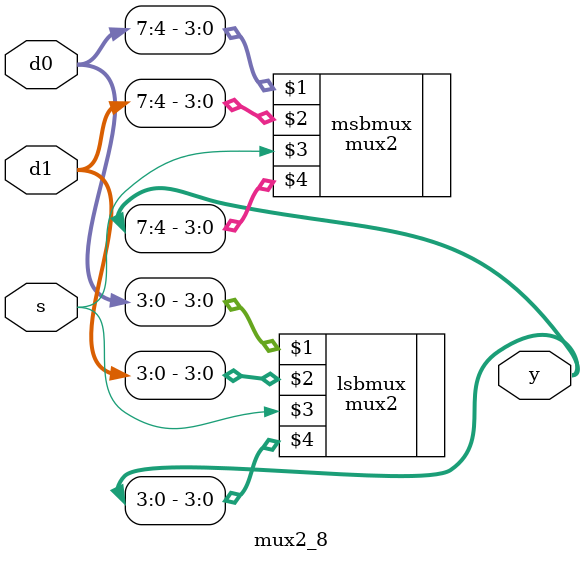
<source format=v>
module mux2_8(input  [7:0] d0, d1,
              input        s,
              output [7:0] y);

  mux2 lsbmux(d0[3:0], d1[3:0], s, y[3:0]);
  mux2 msbmux(d0[7:4], d1[7:4], s, y[7:4]);
endmodule
</source>
